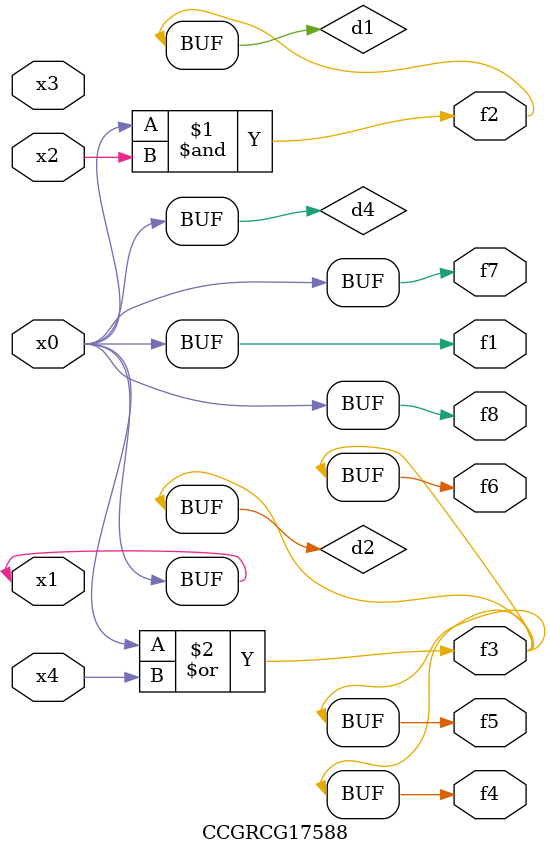
<source format=v>
module CCGRCG17588(
	input x0, x1, x2, x3, x4,
	output f1, f2, f3, f4, f5, f6, f7, f8
);

	wire d1, d2, d3, d4;

	and (d1, x0, x2);
	or (d2, x0, x4);
	nand (d3, x0, x2);
	buf (d4, x0, x1);
	assign f1 = d4;
	assign f2 = d1;
	assign f3 = d2;
	assign f4 = d2;
	assign f5 = d2;
	assign f6 = d2;
	assign f7 = d4;
	assign f8 = d4;
endmodule

</source>
